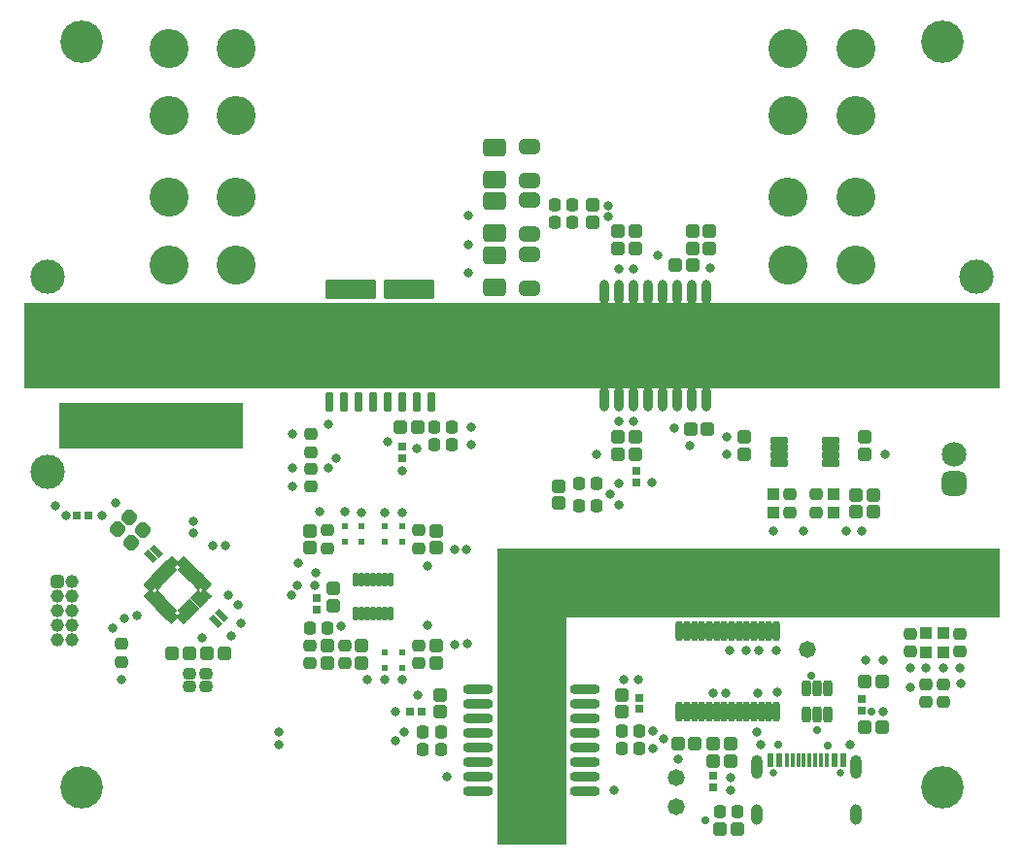
<source format=gts>
G04*
G04 #@! TF.GenerationSoftware,Altium Limited,Altium Designer,24.2.2 (26)*
G04*
G04 Layer_Color=8388736*
%FSLAX44Y44*%
%MOMM*%
G71*
G04*
G04 #@! TF.SameCoordinates,6A8CA8D3-F6E6-494B-9A6B-4A02BC4B17F5*
G04*
G04*
G04 #@! TF.FilePolarity,Negative*
G04*
G01*
G75*
%ADD19R,0.3000X1.1500*%
%ADD20R,0.6000X1.1500*%
G04:AMPARAMS|DCode=21|XSize=0.5213mm|YSize=1.1725mm|CornerRadius=0mm|HoleSize=0mm|Usage=FLASHONLY|Rotation=45.000|XOffset=0mm|YOffset=0mm|HoleType=Round|Shape=Rectangle|*
%AMROTATEDRECTD21*
4,1,4,0.2302,-0.5988,-0.5988,0.2302,-0.2302,0.5988,0.5988,-0.2302,0.2302,-0.5988,0.0*
%
%ADD21ROTATEDRECTD21*%

G04:AMPARAMS|DCode=39|XSize=1.65mm|YSize=4.41mm|CornerRadius=0.0495mm|HoleSize=0mm|Usage=FLASHONLY|Rotation=270.000|XOffset=0mm|YOffset=0mm|HoleType=Round|Shape=RoundedRectangle|*
%AMROUNDEDRECTD39*
21,1,1.6500,4.3110,0,0,270.0*
21,1,1.5510,4.4100,0,0,270.0*
1,1,0.0990,-2.1555,-0.7755*
1,1,0.0990,-2.1555,0.7755*
1,1,0.0990,2.1555,0.7755*
1,1,0.0990,2.1555,-0.7755*
%
%ADD39ROUNDEDRECTD39*%
G04:AMPARAMS|DCode=40|XSize=1.65mm|YSize=0.6mm|CornerRadius=0.051mm|HoleSize=0mm|Usage=FLASHONLY|Rotation=270.000|XOffset=0mm|YOffset=0mm|HoleType=Round|Shape=RoundedRectangle|*
%AMROUNDEDRECTD40*
21,1,1.6500,0.4980,0,0,270.0*
21,1,1.5480,0.6000,0,0,270.0*
1,1,0.1020,-0.2490,-0.7740*
1,1,0.1020,-0.2490,0.7740*
1,1,0.1020,0.2490,0.7740*
1,1,0.1020,0.2490,-0.7740*
%
%ADD40ROUNDEDRECTD40*%
%ADD45C,3.0000*%
G04:AMPARAMS|DCode=46|XSize=2.1032mm|YSize=1.6032mm|CornerRadius=0.4516mm|HoleSize=0mm|Usage=FLASHONLY|Rotation=0.000|XOffset=0mm|YOffset=0mm|HoleType=Round|Shape=RoundedRectangle|*
%AMROUNDEDRECTD46*
21,1,2.1032,0.7000,0,0,0.0*
21,1,1.2000,1.6032,0,0,0.0*
1,1,0.9032,0.6000,-0.3500*
1,1,0.9032,-0.6000,-0.3500*
1,1,0.9032,-0.6000,0.3500*
1,1,0.9032,0.6000,0.3500*
%
%ADD46ROUNDEDRECTD46*%
%ADD47C,1.2032*%
G04:AMPARAMS|DCode=48|XSize=1.2032mm|YSize=1.2532mm|CornerRadius=0.3516mm|HoleSize=0mm|Usage=FLASHONLY|Rotation=90.000|XOffset=0mm|YOffset=0mm|HoleType=Round|Shape=RoundedRectangle|*
%AMROUNDEDRECTD48*
21,1,1.2032,0.5500,0,0,90.0*
21,1,0.5000,1.2532,0,0,90.0*
1,1,0.7032,0.2750,0.2500*
1,1,0.7032,0.2750,-0.2500*
1,1,0.7032,-0.2750,-0.2500*
1,1,0.7032,-0.2750,0.2500*
%
%ADD48ROUNDEDRECTD48*%
G04:AMPARAMS|DCode=49|XSize=1.1032mm|YSize=1.0032mm|CornerRadius=0.3016mm|HoleSize=0mm|Usage=FLASHONLY|Rotation=0.000|XOffset=0mm|YOffset=0mm|HoleType=Round|Shape=RoundedRectangle|*
%AMROUNDEDRECTD49*
21,1,1.1032,0.4000,0,0,0.0*
21,1,0.5000,1.0032,0,0,0.0*
1,1,0.6032,0.2500,-0.2000*
1,1,0.6032,-0.2500,-0.2000*
1,1,0.6032,-0.2500,0.2000*
1,1,0.6032,0.2500,0.2000*
%
%ADD49ROUNDEDRECTD49*%
G04:AMPARAMS|DCode=50|XSize=1.1032mm|YSize=1.0532mm|CornerRadius=0.3141mm|HoleSize=0mm|Usage=FLASHONLY|Rotation=0.000|XOffset=0mm|YOffset=0mm|HoleType=Round|Shape=RoundedRectangle|*
%AMROUNDEDRECTD50*
21,1,1.1032,0.4250,0,0,0.0*
21,1,0.4750,1.0532,0,0,0.0*
1,1,0.6282,0.2375,-0.2125*
1,1,0.6282,-0.2375,-0.2125*
1,1,0.6282,-0.2375,0.2125*
1,1,0.6282,0.2375,0.2125*
%
%ADD50ROUNDEDRECTD50*%
G04:AMPARAMS|DCode=51|XSize=1.2032mm|YSize=1.2532mm|CornerRadius=0.3516mm|HoleSize=0mm|Usage=FLASHONLY|Rotation=135.000|XOffset=0mm|YOffset=0mm|HoleType=Round|Shape=RoundedRectangle|*
%AMROUNDEDRECTD51*
21,1,1.2032,0.5500,0,0,135.0*
21,1,0.5000,1.2532,0,0,135.0*
1,1,0.7032,0.0177,0.3712*
1,1,0.7032,0.3712,0.0177*
1,1,0.7032,-0.0177,-0.3712*
1,1,0.7032,-0.3712,-0.0177*
%
%ADD51ROUNDEDRECTD51*%
G04:AMPARAMS|DCode=52|XSize=0.5032mm|YSize=0.4532mm|CornerRadius=0mm|HoleSize=0mm|Usage=FLASHONLY|Rotation=315.000|XOffset=0mm|YOffset=0mm|HoleType=Round|Shape=Rectangle|*
%AMROTATEDRECTD52*
4,1,4,-0.3381,0.0177,-0.0177,0.3381,0.3381,-0.0177,0.0177,-0.3381,-0.3381,0.0177,0.0*
%
%ADD52ROTATEDRECTD52*%

G04:AMPARAMS|DCode=53|XSize=0.5032mm|YSize=0.4532mm|CornerRadius=0mm|HoleSize=0mm|Usage=FLASHONLY|Rotation=225.000|XOffset=0mm|YOffset=0mm|HoleType=Round|Shape=Rectangle|*
%AMROTATEDRECTD53*
4,1,4,0.0177,0.3381,0.3381,0.0177,-0.0177,-0.3381,-0.3381,-0.0177,0.0177,0.3381,0.0*
%
%ADD53ROTATEDRECTD53*%

G04:AMPARAMS|DCode=54|XSize=0.5032mm|YSize=1.2032mm|CornerRadius=0mm|HoleSize=0mm|Usage=FLASHONLY|Rotation=225.000|XOffset=0mm|YOffset=0mm|HoleType=Round|Shape=Rectangle|*
%AMROTATEDRECTD54*
4,1,4,-0.2475,0.6033,0.6033,-0.2475,0.2475,-0.6033,-0.6033,0.2475,-0.2475,0.6033,0.0*
%
%ADD54ROTATEDRECTD54*%

G04:AMPARAMS|DCode=55|XSize=0.5032mm|YSize=1.2032mm|CornerRadius=0mm|HoleSize=0mm|Usage=FLASHONLY|Rotation=135.000|XOffset=0mm|YOffset=0mm|HoleType=Round|Shape=Rectangle|*
%AMROTATEDRECTD55*
4,1,4,0.6033,0.2475,-0.2475,-0.6033,-0.6033,-0.2475,0.2475,0.6033,0.6033,0.2475,0.0*
%
%ADD55ROTATEDRECTD55*%

%ADD56R,0.7032X0.8032*%
G04:AMPARAMS|DCode=57|XSize=1.2032mm|YSize=1.2532mm|CornerRadius=0.3516mm|HoleSize=0mm|Usage=FLASHONLY|Rotation=0.000|XOffset=0mm|YOffset=0mm|HoleType=Round|Shape=RoundedRectangle|*
%AMROUNDEDRECTD57*
21,1,1.2032,0.5500,0,0,0.0*
21,1,0.5000,1.2532,0,0,0.0*
1,1,0.7032,0.2500,-0.2750*
1,1,0.7032,-0.2500,-0.2750*
1,1,0.7032,-0.2500,0.2750*
1,1,0.7032,0.2500,0.2750*
%
%ADD57ROUNDEDRECTD57*%
%ADD58R,0.5532X0.5532*%
%ADD59O,0.5032X1.2532*%
%ADD60R,0.8032X0.7032*%
G04:AMPARAMS|DCode=61|XSize=1.1032mm|YSize=1.0532mm|CornerRadius=0.3141mm|HoleSize=0mm|Usage=FLASHONLY|Rotation=270.000|XOffset=0mm|YOffset=0mm|HoleType=Round|Shape=RoundedRectangle|*
%AMROUNDEDRECTD61*
21,1,1.1032,0.4250,0,0,270.0*
21,1,0.4750,1.0532,0,0,270.0*
1,1,0.6282,-0.2125,-0.2375*
1,1,0.6282,-0.2125,0.2375*
1,1,0.6282,0.2125,0.2375*
1,1,0.6282,0.2125,-0.2375*
%
%ADD61ROUNDEDRECTD61*%
G04:AMPARAMS|DCode=62|XSize=0.8032mm|YSize=1.4032mm|CornerRadius=0.2516mm|HoleSize=0mm|Usage=FLASHONLY|Rotation=180.000|XOffset=0mm|YOffset=0mm|HoleType=Round|Shape=RoundedRectangle|*
%AMROUNDEDRECTD62*
21,1,0.8032,0.9000,0,0,180.0*
21,1,0.3000,1.4032,0,0,180.0*
1,1,0.5032,-0.1500,0.4500*
1,1,0.5032,0.1500,0.4500*
1,1,0.5032,0.1500,-0.4500*
1,1,0.5032,-0.1500,-0.4500*
%
%ADD62ROUNDEDRECTD62*%
%ADD63R,1.0032X1.0032*%
G04:AMPARAMS|DCode=64|XSize=0.6532mm|YSize=1.5532mm|CornerRadius=0.1511mm|HoleSize=0mm|Usage=FLASHONLY|Rotation=270.000|XOffset=0mm|YOffset=0mm|HoleType=Round|Shape=RoundedRectangle|*
%AMROUNDEDRECTD64*
21,1,0.6532,1.2510,0,0,270.0*
21,1,0.3510,1.5532,0,0,270.0*
1,1,0.3022,-0.6255,-0.1755*
1,1,0.3022,-0.6255,0.1755*
1,1,0.3022,0.6255,0.1755*
1,1,0.3022,0.6255,-0.1755*
%
%ADD64ROUNDEDRECTD64*%
%ADD65O,0.8032X2.2032*%
G04:AMPARAMS|DCode=66|XSize=1.8032mm|YSize=1.3532mm|CornerRadius=0.3891mm|HoleSize=0mm|Usage=FLASHONLY|Rotation=0.000|XOffset=0mm|YOffset=0mm|HoleType=Round|Shape=RoundedRectangle|*
%AMROUNDEDRECTD66*
21,1,1.8032,0.5750,0,0,0.0*
21,1,1.0250,1.3532,0,0,0.0*
1,1,0.7782,0.5125,-0.2875*
1,1,0.7782,-0.5125,-0.2875*
1,1,0.7782,-0.5125,0.2875*
1,1,0.7782,0.5125,0.2875*
%
%ADD66ROUNDEDRECTD66*%
%ADD67O,0.7032X1.8032*%
%ADD68O,2.6532X0.9032*%
G04:AMPARAMS|DCode=69|XSize=1mm|YSize=1.8mm|CornerRadius=0.5mm|HoleSize=0mm|Usage=FLASHONLY|Rotation=0.000|XOffset=0mm|YOffset=0mm|HoleType=Round|Shape=RoundedRectangle|*
%AMROUNDEDRECTD69*
21,1,1.0000,0.8000,0,0,0.0*
21,1,0.0000,1.8000,0,0,0.0*
1,1,1.0000,0.0000,-0.4000*
1,1,1.0000,0.0000,-0.4000*
1,1,1.0000,0.0000,0.4000*
1,1,1.0000,0.0000,0.4000*
%
%ADD69ROUNDEDRECTD69*%
G04:AMPARAMS|DCode=70|XSize=1mm|YSize=2.1mm|CornerRadius=0.5mm|HoleSize=0mm|Usage=FLASHONLY|Rotation=0.000|XOffset=0mm|YOffset=0mm|HoleType=Round|Shape=RoundedRectangle|*
%AMROUNDEDRECTD70*
21,1,1.0000,1.1000,0,0,0.0*
21,1,0.0000,2.1000,0,0,0.0*
1,1,1.0000,0.0000,-0.5500*
1,1,1.0000,0.0000,-0.5500*
1,1,1.0000,0.0000,0.5500*
1,1,1.0000,0.0000,0.5500*
%
%ADD70ROUNDEDRECTD70*%
%ADD71C,0.6500*%
%ADD72C,3.4032*%
%ADD73C,1.1532*%
G04:AMPARAMS|DCode=74|XSize=1.1532mm|YSize=1.1532mm|CornerRadius=0.3391mm|HoleSize=0mm|Usage=FLASHONLY|Rotation=270.000|XOffset=0mm|YOffset=0mm|HoleType=Round|Shape=RoundedRectangle|*
%AMROUNDEDRECTD74*
21,1,1.1532,0.4750,0,0,270.0*
21,1,0.4750,1.1532,0,0,270.0*
1,1,0.6782,-0.2375,-0.2375*
1,1,0.6782,-0.2375,0.2375*
1,1,0.6782,0.2375,0.2375*
1,1,0.6782,0.2375,-0.2375*
%
%ADD74ROUNDEDRECTD74*%
G04:AMPARAMS|DCode=75|XSize=2.1532mm|YSize=2.1532mm|CornerRadius=0.5891mm|HoleSize=0mm|Usage=FLASHONLY|Rotation=90.000|XOffset=0mm|YOffset=0mm|HoleType=Round|Shape=RoundedRectangle|*
%AMROUNDEDRECTD75*
21,1,2.1532,0.9750,0,0,90.0*
21,1,0.9750,2.1532,0,0,90.0*
1,1,1.1782,0.4875,0.4875*
1,1,1.1782,0.4875,-0.4875*
1,1,1.1782,-0.4875,-0.4875*
1,1,1.1782,-0.4875,0.4875*
%
%ADD75ROUNDEDRECTD75*%
%ADD76C,2.1532*%
%ADD77C,3.7032*%
%ADD78C,0.8032*%
%ADD79C,1.4732*%
%ADD80C,0.7032*%
G36*
X1450000Y873000D02*
X600000D01*
Y947000D01*
X1450000D01*
Y873000D01*
D02*
G37*
G36*
X790000Y820000D02*
X630000D01*
Y860000D01*
X790000D01*
Y820000D01*
D02*
G37*
G36*
X738760Y726225D02*
X738891Y726198D01*
X739018Y726155D01*
X739138Y726096D01*
X739249Y726022D01*
X739349Y725934D01*
X741471Y723812D01*
X741559Y723712D01*
X741633Y723601D01*
X741653Y723561D01*
X741692Y723481D01*
X741735Y723354D01*
X741761Y723223D01*
X741770Y723090D01*
X741761Y722956D01*
X741735Y722825D01*
X741692Y722699D01*
X741633Y722579D01*
X741559Y722467D01*
X741471Y722367D01*
X736344Y717240D01*
X736244Y717152D01*
X736132Y717078D01*
X736012Y717019D01*
X735886Y716976D01*
X735755Y716950D01*
X735621Y716941D01*
X735488Y716950D01*
X735357Y716976D01*
X735230Y717019D01*
X735110Y717078D01*
X734999Y717152D01*
X734899Y717240D01*
X733802Y718336D01*
X733714Y718437D01*
X733640Y718548D01*
X733581Y718668D01*
X733538Y718795D01*
X733512Y718926D01*
X733503Y719059D01*
X733503Y721110D01*
X733512Y721243D01*
X733538Y721374D01*
X733559Y721438D01*
X733581Y721501D01*
X733640Y721621D01*
X733714Y721732D01*
X733802Y721833D01*
X737904Y725934D01*
X738004Y726022D01*
X738115Y726096D01*
X738235Y726155D01*
X738362Y726198D01*
X738493Y726225D01*
X738626Y726233D01*
X738760Y726225D01*
D02*
G37*
G36*
X728507D02*
X728638Y726198D01*
X728765Y726155D01*
X728885Y726096D01*
X728996Y726022D01*
X729096Y725934D01*
X733197Y721833D01*
X733286Y721732D01*
X733360Y721621D01*
X733419Y721501D01*
X733440Y721438D01*
X733462Y721374D01*
X733488Y721243D01*
X733497Y721110D01*
X733497Y719059D01*
X733488Y718926D01*
X733462Y718795D01*
X733419Y718668D01*
X733360Y718548D01*
X733286Y718437D01*
X733197Y718336D01*
X732102Y717240D01*
X732001Y717152D01*
X731890Y717078D01*
X731770Y717019D01*
X731643Y716976D01*
X731512Y716950D01*
X731379Y716941D01*
X731245Y716950D01*
X731114Y716976D01*
X730987Y717019D01*
X730868Y717078D01*
X730757Y717152D01*
X730656Y717240D01*
X725529Y722367D01*
X725441Y722467D01*
X725367Y722579D01*
X725308Y722699D01*
X725265Y722825D01*
X725239Y722956D01*
X725230Y723090D01*
X725239Y723223D01*
X725265Y723354D01*
X725308Y723481D01*
X725347Y723561D01*
X725367Y723601D01*
X725441Y723712D01*
X725529Y723812D01*
X727651Y725934D01*
X727751Y726022D01*
X727862Y726096D01*
X727982Y726155D01*
X728109Y726198D01*
X728240Y726225D01*
X728373Y726233D01*
X728507Y726225D01*
D02*
G37*
G36*
X759973Y705011D02*
X760104Y704985D01*
X760231Y704942D01*
X760311Y704903D01*
X760351Y704883D01*
X760462Y704809D01*
X760563Y704721D01*
X762684Y702599D01*
X762772Y702499D01*
X762846Y702388D01*
X762905Y702268D01*
X762948Y702141D01*
X762974Y702010D01*
X762983Y701877D01*
X762974Y701743D01*
X762948Y701612D01*
X762905Y701485D01*
X762846Y701366D01*
X762772Y701254D01*
X762684Y701154D01*
X758583Y697053D01*
X758482Y696964D01*
X758371Y696890D01*
X758251Y696831D01*
X758219Y696820D01*
X758124Y696788D01*
X757993Y696762D01*
X757860Y696753D01*
X755809Y696753D01*
X755676Y696762D01*
X755545Y696788D01*
X755418Y696831D01*
X755298Y696890D01*
X755187Y696964D01*
X755087Y697053D01*
X753990Y698148D01*
X753902Y698249D01*
X753828Y698360D01*
X753769Y698480D01*
X753726Y698607D01*
X753700Y698738D01*
X753691Y698871D01*
X753700Y699005D01*
X753726Y699136D01*
X753769Y699262D01*
X753828Y699382D01*
X753902Y699493D01*
X753990Y699594D01*
X759117Y704721D01*
X759218Y704809D01*
X759329Y704883D01*
X759448Y704942D01*
X759575Y704985D01*
X759706Y705011D01*
X759840Y705020D01*
X759973Y705011D01*
D02*
G37*
G36*
X707294D02*
X707425Y704985D01*
X707551Y704942D01*
X707671Y704883D01*
X707783Y704809D01*
X707883Y704721D01*
X713010Y699594D01*
X713098Y699493D01*
X713172Y699382D01*
X713231Y699262D01*
X713274Y699136D01*
X713300Y699005D01*
X713309Y698871D01*
X713300Y698738D01*
X713274Y698607D01*
X713231Y698480D01*
X713172Y698360D01*
X713098Y698249D01*
X713010Y698148D01*
X711914Y697053D01*
X711813Y696964D01*
X711702Y696890D01*
X711582Y696831D01*
X711455Y696788D01*
X711324Y696762D01*
X711191Y696753D01*
X709140Y696753D01*
X709007Y696762D01*
X708876Y696788D01*
X708781Y696820D01*
X708749Y696831D01*
X708629Y696890D01*
X708518Y696964D01*
X708417Y697053D01*
X704316Y701154D01*
X704228Y701254D01*
X704154Y701366D01*
X704095Y701485D01*
X704052Y701612D01*
X704025Y701743D01*
X704017Y701877D01*
X704025Y702010D01*
X704052Y702141D01*
X704095Y702268D01*
X704154Y702388D01*
X704228Y702499D01*
X704316Y702599D01*
X706438Y704721D01*
X706538Y704809D01*
X706649Y704883D01*
X706689Y704903D01*
X706769Y704942D01*
X706896Y704985D01*
X707027Y705011D01*
X707160Y705020D01*
X707294Y705011D01*
D02*
G37*
G36*
X757860Y696747D02*
X757993Y696738D01*
X758124Y696712D01*
X758219Y696680D01*
X758251Y696669D01*
X758371Y696610D01*
X758482Y696536D01*
X758583Y696448D01*
X762684Y692346D01*
X762772Y692246D01*
X762846Y692134D01*
X762905Y692015D01*
X762948Y691888D01*
X762974Y691757D01*
X762983Y691624D01*
X762974Y691490D01*
X762948Y691359D01*
X762905Y691232D01*
X762846Y691112D01*
X762772Y691001D01*
X762684Y690901D01*
X760563Y688779D01*
X760462Y688691D01*
X760351Y688617D01*
X760311Y688597D01*
X760231Y688558D01*
X760104Y688515D01*
X759973Y688489D01*
X759840Y688480D01*
X759706Y688489D01*
X759575Y688515D01*
X759448Y688558D01*
X759329Y688617D01*
X759218Y688691D01*
X759117Y688779D01*
X753990Y693906D01*
X753902Y694006D01*
X753828Y694118D01*
X753769Y694238D01*
X753726Y694364D01*
X753700Y694495D01*
X753691Y694629D01*
X753700Y694762D01*
X753726Y694893D01*
X753769Y695020D01*
X753828Y695140D01*
X753902Y695251D01*
X753990Y695351D01*
X755087Y696448D01*
X755187Y696536D01*
X755298Y696610D01*
X755418Y696669D01*
X755545Y696712D01*
X755676Y696738D01*
X755809Y696747D01*
X757860Y696747D01*
D02*
G37*
G36*
X711324Y696738D02*
X711455Y696712D01*
X711582Y696669D01*
X711702Y696610D01*
X711813Y696536D01*
X711914Y696448D01*
X713010Y695351D01*
X713098Y695251D01*
X713172Y695140D01*
X713231Y695020D01*
X713274Y694893D01*
X713300Y694762D01*
X713309Y694629D01*
X713300Y694495D01*
X713274Y694364D01*
X713231Y694238D01*
X713172Y694118D01*
X713098Y694006D01*
X713010Y693906D01*
X707883Y688779D01*
X707783Y688691D01*
X707671Y688617D01*
X707551Y688558D01*
X707425Y688515D01*
X707294Y688489D01*
X707160Y688480D01*
X707027Y688489D01*
X706896Y688515D01*
X706769Y688558D01*
X706689Y688597D01*
X706649Y688617D01*
X706538Y688691D01*
X706438Y688779D01*
X704316Y690901D01*
X704228Y691001D01*
X704154Y691112D01*
X704095Y691232D01*
X704052Y691359D01*
X704025Y691490D01*
X704017Y691624D01*
X704025Y691757D01*
X704052Y691888D01*
X704095Y692015D01*
X704154Y692134D01*
X704228Y692246D01*
X704316Y692346D01*
X708417Y696448D01*
X708518Y696536D01*
X708629Y696610D01*
X708749Y696669D01*
X708781Y696680D01*
X708876Y696712D01*
X709007Y696738D01*
X709140Y696747D01*
X711191Y696747D01*
X711324Y696738D01*
D02*
G37*
G36*
X735755Y676550D02*
X735886Y676524D01*
X736012Y676481D01*
X736132Y676422D01*
X736244Y676348D01*
X736344Y676260D01*
X741471Y671133D01*
X741559Y671032D01*
X741633Y670921D01*
X741692Y670801D01*
X741735Y670675D01*
X741761Y670544D01*
X741770Y670410D01*
X741761Y670277D01*
X741735Y670146D01*
X741692Y670019D01*
X741653Y669939D01*
X741633Y669899D01*
X741559Y669788D01*
X741471Y669688D01*
X739349Y667566D01*
X739249Y667478D01*
X739138Y667404D01*
X739018Y667345D01*
X738891Y667302D01*
X738760Y667275D01*
X738626Y667267D01*
X738493Y667275D01*
X738362Y667302D01*
X738235Y667345D01*
X738115Y667404D01*
X738004Y667478D01*
X737904Y667566D01*
X733802Y671667D01*
X733714Y671768D01*
X733640Y671879D01*
X733581Y671999D01*
X733559Y672062D01*
X733538Y672126D01*
X733512Y672257D01*
X733503Y672390D01*
X733503Y674441D01*
X733512Y674574D01*
X733538Y674705D01*
X733581Y674832D01*
X733640Y674952D01*
X733714Y675063D01*
X733802Y675163D01*
X734899Y676260D01*
X734999Y676348D01*
X735110Y676422D01*
X735230Y676481D01*
X735357Y676524D01*
X735488Y676550D01*
X735621Y676559D01*
X735755Y676550D01*
D02*
G37*
G36*
X731512D02*
X731643Y676524D01*
X731770Y676481D01*
X731890Y676422D01*
X732001Y676348D01*
X732102Y676260D01*
X733197Y675163D01*
X733286Y675063D01*
X733360Y674952D01*
X733419Y674832D01*
X733462Y674705D01*
X733488Y674574D01*
X733497Y674441D01*
X733497Y672390D01*
X733488Y672257D01*
X733462Y672126D01*
X733440Y672062D01*
X733419Y671999D01*
X733360Y671879D01*
X733286Y671768D01*
X733197Y671667D01*
X729096Y667566D01*
X728996Y667478D01*
X728885Y667404D01*
X728765Y667345D01*
X728638Y667302D01*
X728507Y667275D01*
X728373Y667267D01*
X728240Y667275D01*
X728109Y667302D01*
X727982Y667345D01*
X727862Y667404D01*
X727751Y667478D01*
X727651Y667566D01*
X725529Y669688D01*
X725441Y669788D01*
X725367Y669899D01*
X725347Y669939D01*
X725308Y670019D01*
X725265Y670146D01*
X725239Y670277D01*
X725230Y670410D01*
X725239Y670544D01*
X725265Y670675D01*
X725308Y670801D01*
X725367Y670921D01*
X725441Y671032D01*
X725529Y671133D01*
X730656Y676260D01*
X730757Y676348D01*
X730868Y676422D01*
X730987Y676481D01*
X731114Y676524D01*
X731245Y676550D01*
X731379Y676559D01*
X731512Y676550D01*
D02*
G37*
G36*
X1450000Y673000D02*
X1072000D01*
Y475000D01*
X1012000D01*
Y733000D01*
X1450000D01*
Y673000D01*
D02*
G37*
D19*
X1264300Y548550D02*
D03*
X1269300D02*
D03*
X1274300D02*
D03*
X1279300D02*
D03*
X1284300D02*
D03*
X1289300D02*
D03*
X1294300D02*
D03*
X1299300D02*
D03*
D20*
X1257800D02*
D03*
X1305800D02*
D03*
X1249800D02*
D03*
X1313800D02*
D03*
D21*
X771373Y674373D02*
D03*
X766627Y669627D02*
D03*
X715123Y730623D02*
D03*
X710377Y725877D02*
D03*
D39*
X935400Y958750D02*
D03*
X884600D02*
D03*
D40*
X865550Y861250D02*
D03*
X878250D02*
D03*
X890950D02*
D03*
X903650D02*
D03*
X916350D02*
D03*
X929050D02*
D03*
X941750D02*
D03*
X954450D02*
D03*
D45*
X1430000Y970000D02*
D03*
X620000Y800000D02*
D03*
Y970000D02*
D03*
D46*
X1010000Y961000D02*
D03*
Y989000D02*
D03*
Y1008000D02*
D03*
Y1036000D02*
D03*
Y1055000D02*
D03*
Y1083000D02*
D03*
D47*
X1430000Y970000D02*
D03*
X620000Y800000D02*
D03*
Y970000D02*
D03*
D48*
X728500Y642000D02*
D03*
X743500D02*
D03*
X774500D02*
D03*
X759500D02*
D03*
X1169500Y563000D02*
D03*
X1184500D02*
D03*
X1221500Y488000D02*
D03*
X1206500D02*
D03*
X1332500Y577000D02*
D03*
X1347500D02*
D03*
X1332500Y617000D02*
D03*
X1347500D02*
D03*
X942500Y839000D02*
D03*
X927500D02*
D03*
X1132500Y830000D02*
D03*
X1117500D02*
D03*
X1132500Y815000D02*
D03*
X1117500D02*
D03*
X1195500Y837000D02*
D03*
X1180500D02*
D03*
X1182000Y980000D02*
D03*
X1167000D02*
D03*
X1197000Y995000D02*
D03*
X1182000D02*
D03*
X1197000Y1010000D02*
D03*
X1182000D02*
D03*
X1132500Y995000D02*
D03*
X1117500D02*
D03*
X1132500Y1010000D02*
D03*
X1117500D02*
D03*
X1200500Y563000D02*
D03*
X1215500D02*
D03*
X1200500Y548000D02*
D03*
X1215500D02*
D03*
D49*
X758000Y624000D02*
D03*
X744000Y624000D02*
D03*
X758000Y613000D02*
D03*
X744000Y613000D02*
D03*
D50*
X685000Y649750D02*
D03*
Y634250D02*
D03*
X864000Y748750D02*
D03*
Y733250D02*
D03*
X944000Y748750D02*
D03*
Y733250D02*
D03*
X879000Y648750D02*
D03*
Y633250D02*
D03*
X849000Y648750D02*
D03*
Y633250D02*
D03*
X944000Y633250D02*
D03*
Y648750D02*
D03*
X1401000Y614750D02*
D03*
Y599250D02*
D03*
X1386000Y614750D02*
D03*
Y599250D02*
D03*
X1372000Y658750D02*
D03*
Y643250D02*
D03*
X1415000Y658750D02*
D03*
Y643250D02*
D03*
X850000Y802750D02*
D03*
Y787250D02*
D03*
Y817250D02*
D03*
Y832750D02*
D03*
X1267500Y780250D02*
D03*
Y764750D02*
D03*
X1290000Y780250D02*
D03*
Y764750D02*
D03*
D51*
X680947Y749697D02*
D03*
X691553Y760303D02*
D03*
X692697Y738197D02*
D03*
X703303Y748803D02*
D03*
D52*
X709105Y699932D02*
D03*
X757895Y693568D02*
D03*
X730318Y721145D02*
D03*
X736682Y672355D02*
D03*
D53*
Y721145D02*
D03*
X730318Y672355D02*
D03*
X709105Y693568D02*
D03*
X757895Y699932D02*
D03*
D54*
X739687Y676421D02*
D03*
X743223Y679956D02*
D03*
X746758Y683492D02*
D03*
X750294Y687027D02*
D03*
X753829Y690563D02*
D03*
X727313Y717079D02*
D03*
X723777Y713544D02*
D03*
X720242Y710008D02*
D03*
X716706Y706473D02*
D03*
X713171Y702937D02*
D03*
D55*
X753829D02*
D03*
X750294Y706473D02*
D03*
X746758Y710008D02*
D03*
X743223Y713544D02*
D03*
X739687Y717079D02*
D03*
X713171Y690563D02*
D03*
X716706Y687027D02*
D03*
X720242Y683492D02*
D03*
X723777Y679956D02*
D03*
X727313Y676421D02*
D03*
D56*
X646000Y762000D02*
D03*
X656000D02*
D03*
X936000Y591000D02*
D03*
X946000D02*
D03*
D57*
X849000Y748500D02*
D03*
Y733500D02*
D03*
X959000Y748500D02*
D03*
Y733500D02*
D03*
X869000Y698500D02*
D03*
Y683500D02*
D03*
X864000Y633500D02*
D03*
Y648500D02*
D03*
X894000Y648500D02*
D03*
Y633500D02*
D03*
X959000Y633500D02*
D03*
Y648500D02*
D03*
X962000Y605500D02*
D03*
Y590500D02*
D03*
X1121000Y605500D02*
D03*
Y590500D02*
D03*
X1066000Y772500D02*
D03*
Y787500D02*
D03*
X1227500Y815000D02*
D03*
Y830000D02*
D03*
X1325000Y765000D02*
D03*
Y780000D02*
D03*
X1340000Y765000D02*
D03*
Y780000D02*
D03*
X1332500Y830000D02*
D03*
Y815000D02*
D03*
X1095000Y1032500D02*
D03*
Y1017500D02*
D03*
D58*
X879000Y752718D02*
D03*
Y739218D02*
D03*
X894000Y739282D02*
D03*
Y752782D02*
D03*
X914000Y752718D02*
D03*
Y739218D02*
D03*
X929000Y739282D02*
D03*
Y752782D02*
D03*
X914000Y629282D02*
D03*
Y642782D02*
D03*
X929000Y642718D02*
D03*
Y629218D02*
D03*
D59*
X919000Y706000D02*
D03*
X914000D02*
D03*
X909000D02*
D03*
X904000D02*
D03*
X899000D02*
D03*
X894000D02*
D03*
X889000D02*
D03*
X919000Y676000D02*
D03*
X914000D02*
D03*
X909000D02*
D03*
X904000D02*
D03*
X899000D02*
D03*
X894000D02*
D03*
X889000D02*
D03*
D60*
X855000Y680000D02*
D03*
Y690000D02*
D03*
X1136000Y593000D02*
D03*
Y603000D02*
D03*
X1200000Y535000D02*
D03*
Y525000D02*
D03*
X1330000Y592000D02*
D03*
Y602000D02*
D03*
X929000Y822000D02*
D03*
Y812000D02*
D03*
X1133000Y801000D02*
D03*
Y791000D02*
D03*
D61*
X864250Y664000D02*
D03*
X848750D02*
D03*
X947250Y573000D02*
D03*
X962750D02*
D03*
X947250Y558000D02*
D03*
X962750D02*
D03*
X1120250Y574000D02*
D03*
X1135750D02*
D03*
X1120250Y559000D02*
D03*
X1135750D02*
D03*
X1221750Y504000D02*
D03*
X1206250D02*
D03*
X972750Y839000D02*
D03*
X957250D02*
D03*
X972750Y824000D02*
D03*
X957250D02*
D03*
X1083250Y790000D02*
D03*
X1098750D02*
D03*
X1083250Y770000D02*
D03*
X1098750D02*
D03*
X1062250Y1032500D02*
D03*
X1077750D02*
D03*
X1062250Y1017500D02*
D03*
X1077750D02*
D03*
D62*
X1281500Y611500D02*
D03*
X1291000D02*
D03*
X1300500D02*
D03*
Y588500D02*
D03*
X1291000D02*
D03*
X1281500D02*
D03*
D63*
X1386000Y642750D02*
D03*
Y659250D02*
D03*
X1401000Y642750D02*
D03*
Y659250D02*
D03*
X1252500Y764250D02*
D03*
Y780750D02*
D03*
X1305000Y764250D02*
D03*
Y780750D02*
D03*
D64*
X1257750Y807750D02*
D03*
X1302250D02*
D03*
Y814250D02*
D03*
Y820750D02*
D03*
Y827250D02*
D03*
X1257750Y814250D02*
D03*
Y820750D02*
D03*
Y827250D02*
D03*
D65*
X1105550Y863500D02*
D03*
X1118250D02*
D03*
X1130950D02*
D03*
X1143650D02*
D03*
X1156350D02*
D03*
X1169050D02*
D03*
X1181750D02*
D03*
X1194450D02*
D03*
X1105550Y956500D02*
D03*
X1118250D02*
D03*
X1130950D02*
D03*
X1143650D02*
D03*
X1156350D02*
D03*
X1169050D02*
D03*
X1181750D02*
D03*
X1194450D02*
D03*
D66*
X1040000Y989750D02*
D03*
Y960250D02*
D03*
Y1036750D02*
D03*
Y1007250D02*
D03*
Y1083750D02*
D03*
Y1054250D02*
D03*
D67*
X1255250Y661500D02*
D03*
X1248750D02*
D03*
X1242250D02*
D03*
X1235750D02*
D03*
X1229250D02*
D03*
X1222750D02*
D03*
X1216250D02*
D03*
X1209750D02*
D03*
X1203250D02*
D03*
X1196750D02*
D03*
X1190250D02*
D03*
X1183750D02*
D03*
X1177250D02*
D03*
X1170750D02*
D03*
X1255250Y590500D02*
D03*
X1248750D02*
D03*
X1242250D02*
D03*
X1235750D02*
D03*
X1229250D02*
D03*
X1222750D02*
D03*
X1216250D02*
D03*
X1209750D02*
D03*
X1203250D02*
D03*
X1196750D02*
D03*
X1190250D02*
D03*
X1183750D02*
D03*
X1177250D02*
D03*
X1170750D02*
D03*
D68*
X995500Y610450D02*
D03*
Y597750D02*
D03*
Y585050D02*
D03*
Y572350D02*
D03*
Y559650D02*
D03*
Y546950D02*
D03*
Y534250D02*
D03*
Y521550D02*
D03*
X1088500Y610450D02*
D03*
Y597750D02*
D03*
Y585050D02*
D03*
Y572350D02*
D03*
Y559650D02*
D03*
Y546950D02*
D03*
Y534250D02*
D03*
Y521550D02*
D03*
D69*
X1238600Y501000D02*
D03*
X1325000D02*
D03*
D70*
X1238600Y542800D02*
D03*
X1325000D02*
D03*
D71*
X1252900Y537800D02*
D03*
X1310700D02*
D03*
D72*
X1324350Y980650D02*
D03*
X1265650D02*
D03*
X1324350Y1039350D02*
D03*
X1265650D02*
D03*
X1324350Y1110650D02*
D03*
X1265650D02*
D03*
X1324350Y1169350D02*
D03*
X1265650D02*
D03*
X725650Y1039350D02*
D03*
X784350D02*
D03*
X725650Y980650D02*
D03*
X784350D02*
D03*
X784350Y1110650D02*
D03*
X725650D02*
D03*
X784350Y1169350D02*
D03*
X725650D02*
D03*
D73*
X641350Y653600D02*
D03*
Y666300D02*
D03*
X628650Y653600D02*
D03*
Y666300D02*
D03*
X641350Y679000D02*
D03*
Y691700D02*
D03*
X628650Y679000D02*
D03*
Y691700D02*
D03*
X641350Y704400D02*
D03*
D74*
X628650D02*
D03*
D75*
X1410000Y790000D02*
D03*
D76*
Y815400D02*
D03*
D77*
X1400000Y525000D02*
D03*
X650000D02*
D03*
X1400000Y1175000D02*
D03*
X650000D02*
D03*
D78*
X987166Y973834D02*
D03*
Y997834D02*
D03*
Y1023834D02*
D03*
X1108603Y1022347D02*
D03*
X1108537Y1032334D02*
D03*
X1157000Y567000D02*
D03*
X1114000Y522000D02*
D03*
X857000Y765000D02*
D03*
X627000Y770000D02*
D03*
X1110334Y780275D02*
D03*
X821997Y562354D02*
D03*
X923529Y565748D02*
D03*
X985500Y732500D02*
D03*
X986000Y650000D02*
D03*
X872000Y812000D02*
D03*
X687000Y672000D02*
D03*
X833000Y692000D02*
D03*
X786000Y684000D02*
D03*
X764000Y736000D02*
D03*
X1372000Y612000D02*
D03*
Y629000D02*
D03*
X1135014Y619008D02*
D03*
X1122000Y619000D02*
D03*
X1240000Y644000D02*
D03*
X1211000Y607000D02*
D03*
X1215000Y644000D02*
D03*
X1415000Y629000D02*
D03*
X1416000Y615000D02*
D03*
X1242000Y562000D02*
D03*
X1319391Y562390D02*
D03*
X1333000Y636040D02*
D03*
X1348000D02*
D03*
Y591000D02*
D03*
X1170000Y549000D02*
D03*
X1200289Y607057D02*
D03*
X1215750Y522250D02*
D03*
Y533250D02*
D03*
X1386000Y629000D02*
D03*
X1256000Y608000D02*
D03*
X1239000Y607000D02*
D03*
X1401000Y629000D02*
D03*
X1238000Y573000D02*
D03*
X1255000Y644000D02*
D03*
X1148000Y559000D02*
D03*
X1229000Y644000D02*
D03*
X1148000Y574000D02*
D03*
X838500Y720000D02*
D03*
X854000Y712000D02*
D03*
X838000Y701000D02*
D03*
X929000Y801000D02*
D03*
X989000Y839000D02*
D03*
Y824000D02*
D03*
X923000Y591000D02*
D03*
X1147000Y791000D02*
D03*
X1118000Y771000D02*
D03*
Y790000D02*
D03*
X636000Y762000D02*
D03*
X780000Y657000D02*
D03*
X668000Y762000D02*
D03*
X789000Y668000D02*
D03*
X853000Y701000D02*
D03*
X679500Y773000D02*
D03*
X755000Y655000D02*
D03*
X968000Y534000D02*
D03*
X943000Y605000D02*
D03*
X822000Y573000D02*
D03*
X931000D02*
D03*
X778000Y692000D02*
D03*
X876000Y665000D02*
D03*
X1198000Y978000D02*
D03*
X1152000Y989000D02*
D03*
X685000Y619000D02*
D03*
X899000Y619000D02*
D03*
X951000Y666000D02*
D03*
Y718000D02*
D03*
X698000Y675034D02*
D03*
X677000Y664000D02*
D03*
X775000Y736000D02*
D03*
X834000Y803000D02*
D03*
X914000Y619000D02*
D03*
X929000D02*
D03*
X747250Y756945D02*
D03*
Y746405D02*
D03*
X975250Y732500D02*
D03*
X975250Y649500D02*
D03*
X865000Y803000D02*
D03*
X916350Y826350D02*
D03*
X1212000Y815000D02*
D03*
X1212250Y830000D02*
D03*
X1253000Y748000D02*
D03*
X1279000D02*
D03*
X1316000D02*
D03*
X1330000D02*
D03*
X1350000Y815000D02*
D03*
X879000Y765000D02*
D03*
X894000Y764000D02*
D03*
X929000D02*
D03*
X914000D02*
D03*
X834000Y833000D02*
D03*
Y787000D02*
D03*
X1099000Y815000D02*
D03*
X1166000Y838000D02*
D03*
X1180000Y823040D02*
D03*
X1131000Y844000D02*
D03*
X1118000D02*
D03*
X865000Y841000D02*
D03*
X942000Y820000D02*
D03*
X1131000Y977000D02*
D03*
X1118000D02*
D03*
D79*
X1282000Y645000D02*
D03*
X1168400Y533400D02*
D03*
Y508000D02*
D03*
D80*
X1257000Y562000D02*
D03*
X1300000Y561000D02*
D03*
X1193024Y496244D02*
D03*
X1338000Y591000D02*
D03*
X1291000Y575000D02*
D03*
X1285971Y622275D02*
D03*
M02*

</source>
